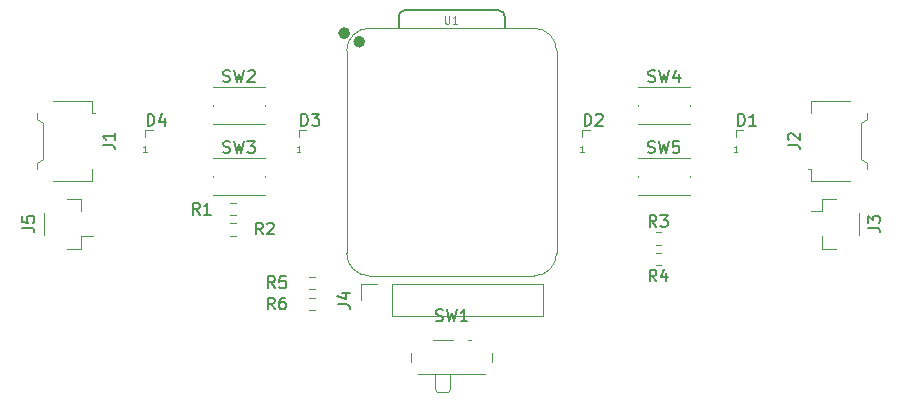
<source format=gto>
%TF.GenerationSoftware,KiCad,Pcbnew,9.0.6*%
%TF.CreationDate,2025-12-30T17:46:59+00:00*%
%TF.ProjectId,cat-ears-controller,6361742d-6561-4727-932d-636f6e74726f,rev?*%
%TF.SameCoordinates,Original*%
%TF.FileFunction,Legend,Top*%
%TF.FilePolarity,Positive*%
%FSLAX46Y46*%
G04 Gerber Fmt 4.6, Leading zero omitted, Abs format (unit mm)*
G04 Created by KiCad (PCBNEW 9.0.6) date 2025-12-30 17:46:59*
%MOMM*%
%LPD*%
G01*
G04 APERTURE LIST*
%ADD10C,0.150000*%
%ADD11C,0.075000*%
%ADD12C,0.101600*%
%ADD13C,0.120000*%
%ADD14C,0.100000*%
%ADD15C,0.127000*%
%ADD16C,0.504000*%
G04 APERTURE END LIST*
D10*
X84008333Y-57914819D02*
X83675000Y-57438628D01*
X83436905Y-57914819D02*
X83436905Y-56914819D01*
X83436905Y-56914819D02*
X83817857Y-56914819D01*
X83817857Y-56914819D02*
X83913095Y-56962438D01*
X83913095Y-56962438D02*
X83960714Y-57010057D01*
X83960714Y-57010057D02*
X84008333Y-57105295D01*
X84008333Y-57105295D02*
X84008333Y-57248152D01*
X84008333Y-57248152D02*
X83960714Y-57343390D01*
X83960714Y-57343390D02*
X83913095Y-57391009D01*
X83913095Y-57391009D02*
X83817857Y-57438628D01*
X83817857Y-57438628D02*
X83436905Y-57438628D01*
X84389286Y-57010057D02*
X84436905Y-56962438D01*
X84436905Y-56962438D02*
X84532143Y-56914819D01*
X84532143Y-56914819D02*
X84770238Y-56914819D01*
X84770238Y-56914819D02*
X84865476Y-56962438D01*
X84865476Y-56962438D02*
X84913095Y-57010057D01*
X84913095Y-57010057D02*
X84960714Y-57105295D01*
X84960714Y-57105295D02*
X84960714Y-57200533D01*
X84960714Y-57200533D02*
X84913095Y-57343390D01*
X84913095Y-57343390D02*
X84341667Y-57914819D01*
X84341667Y-57914819D02*
X84960714Y-57914819D01*
X117333333Y-61884819D02*
X117000000Y-61408628D01*
X116761905Y-61884819D02*
X116761905Y-60884819D01*
X116761905Y-60884819D02*
X117142857Y-60884819D01*
X117142857Y-60884819D02*
X117238095Y-60932438D01*
X117238095Y-60932438D02*
X117285714Y-60980057D01*
X117285714Y-60980057D02*
X117333333Y-61075295D01*
X117333333Y-61075295D02*
X117333333Y-61218152D01*
X117333333Y-61218152D02*
X117285714Y-61313390D01*
X117285714Y-61313390D02*
X117238095Y-61361009D01*
X117238095Y-61361009D02*
X117142857Y-61408628D01*
X117142857Y-61408628D02*
X116761905Y-61408628D01*
X118190476Y-61218152D02*
X118190476Y-61884819D01*
X117952381Y-60837200D02*
X117714286Y-61551485D01*
X117714286Y-61551485D02*
X118333333Y-61551485D01*
X63654819Y-57333333D02*
X64369104Y-57333333D01*
X64369104Y-57333333D02*
X64511961Y-57380952D01*
X64511961Y-57380952D02*
X64607200Y-57476190D01*
X64607200Y-57476190D02*
X64654819Y-57619047D01*
X64654819Y-57619047D02*
X64654819Y-57714285D01*
X63654819Y-56380952D02*
X63654819Y-56857142D01*
X63654819Y-56857142D02*
X64131009Y-56904761D01*
X64131009Y-56904761D02*
X64083390Y-56857142D01*
X64083390Y-56857142D02*
X64035771Y-56761904D01*
X64035771Y-56761904D02*
X64035771Y-56523809D01*
X64035771Y-56523809D02*
X64083390Y-56428571D01*
X64083390Y-56428571D02*
X64131009Y-56380952D01*
X64131009Y-56380952D02*
X64226247Y-56333333D01*
X64226247Y-56333333D02*
X64464342Y-56333333D01*
X64464342Y-56333333D02*
X64559580Y-56380952D01*
X64559580Y-56380952D02*
X64607200Y-56428571D01*
X64607200Y-56428571D02*
X64654819Y-56523809D01*
X64654819Y-56523809D02*
X64654819Y-56761904D01*
X64654819Y-56761904D02*
X64607200Y-56857142D01*
X64607200Y-56857142D02*
X64559580Y-56904761D01*
X111261905Y-48704819D02*
X111261905Y-47704819D01*
X111261905Y-47704819D02*
X111500000Y-47704819D01*
X111500000Y-47704819D02*
X111642857Y-47752438D01*
X111642857Y-47752438D02*
X111738095Y-47847676D01*
X111738095Y-47847676D02*
X111785714Y-47942914D01*
X111785714Y-47942914D02*
X111833333Y-48133390D01*
X111833333Y-48133390D02*
X111833333Y-48276247D01*
X111833333Y-48276247D02*
X111785714Y-48466723D01*
X111785714Y-48466723D02*
X111738095Y-48561961D01*
X111738095Y-48561961D02*
X111642857Y-48657200D01*
X111642857Y-48657200D02*
X111500000Y-48704819D01*
X111500000Y-48704819D02*
X111261905Y-48704819D01*
X112214286Y-47800057D02*
X112261905Y-47752438D01*
X112261905Y-47752438D02*
X112357143Y-47704819D01*
X112357143Y-47704819D02*
X112595238Y-47704819D01*
X112595238Y-47704819D02*
X112690476Y-47752438D01*
X112690476Y-47752438D02*
X112738095Y-47800057D01*
X112738095Y-47800057D02*
X112785714Y-47895295D01*
X112785714Y-47895295D02*
X112785714Y-47990533D01*
X112785714Y-47990533D02*
X112738095Y-48133390D01*
X112738095Y-48133390D02*
X112166667Y-48704819D01*
X112166667Y-48704819D02*
X112785714Y-48704819D01*
D11*
X111192857Y-50907409D02*
X110907143Y-50907409D01*
X111050000Y-50907409D02*
X111050000Y-50407409D01*
X111050000Y-50407409D02*
X111002381Y-50478838D01*
X111002381Y-50478838D02*
X110954762Y-50526457D01*
X110954762Y-50526457D02*
X110907143Y-50550266D01*
D10*
X80666667Y-44957200D02*
X80809524Y-45004819D01*
X80809524Y-45004819D02*
X81047619Y-45004819D01*
X81047619Y-45004819D02*
X81142857Y-44957200D01*
X81142857Y-44957200D02*
X81190476Y-44909580D01*
X81190476Y-44909580D02*
X81238095Y-44814342D01*
X81238095Y-44814342D02*
X81238095Y-44719104D01*
X81238095Y-44719104D02*
X81190476Y-44623866D01*
X81190476Y-44623866D02*
X81142857Y-44576247D01*
X81142857Y-44576247D02*
X81047619Y-44528628D01*
X81047619Y-44528628D02*
X80857143Y-44481009D01*
X80857143Y-44481009D02*
X80761905Y-44433390D01*
X80761905Y-44433390D02*
X80714286Y-44385771D01*
X80714286Y-44385771D02*
X80666667Y-44290533D01*
X80666667Y-44290533D02*
X80666667Y-44195295D01*
X80666667Y-44195295D02*
X80714286Y-44100057D01*
X80714286Y-44100057D02*
X80761905Y-44052438D01*
X80761905Y-44052438D02*
X80857143Y-44004819D01*
X80857143Y-44004819D02*
X81095238Y-44004819D01*
X81095238Y-44004819D02*
X81238095Y-44052438D01*
X81571429Y-44004819D02*
X81809524Y-45004819D01*
X81809524Y-45004819D02*
X82000000Y-44290533D01*
X82000000Y-44290533D02*
X82190476Y-45004819D01*
X82190476Y-45004819D02*
X82428572Y-44004819D01*
X82761905Y-44100057D02*
X82809524Y-44052438D01*
X82809524Y-44052438D02*
X82904762Y-44004819D01*
X82904762Y-44004819D02*
X83142857Y-44004819D01*
X83142857Y-44004819D02*
X83238095Y-44052438D01*
X83238095Y-44052438D02*
X83285714Y-44100057D01*
X83285714Y-44100057D02*
X83333333Y-44195295D01*
X83333333Y-44195295D02*
X83333333Y-44290533D01*
X83333333Y-44290533D02*
X83285714Y-44433390D01*
X83285714Y-44433390D02*
X82714286Y-45004819D01*
X82714286Y-45004819D02*
X83333333Y-45004819D01*
X85033333Y-62454819D02*
X84700000Y-61978628D01*
X84461905Y-62454819D02*
X84461905Y-61454819D01*
X84461905Y-61454819D02*
X84842857Y-61454819D01*
X84842857Y-61454819D02*
X84938095Y-61502438D01*
X84938095Y-61502438D02*
X84985714Y-61550057D01*
X84985714Y-61550057D02*
X85033333Y-61645295D01*
X85033333Y-61645295D02*
X85033333Y-61788152D01*
X85033333Y-61788152D02*
X84985714Y-61883390D01*
X84985714Y-61883390D02*
X84938095Y-61931009D01*
X84938095Y-61931009D02*
X84842857Y-61978628D01*
X84842857Y-61978628D02*
X84461905Y-61978628D01*
X85938095Y-61454819D02*
X85461905Y-61454819D01*
X85461905Y-61454819D02*
X85414286Y-61931009D01*
X85414286Y-61931009D02*
X85461905Y-61883390D01*
X85461905Y-61883390D02*
X85557143Y-61835771D01*
X85557143Y-61835771D02*
X85795238Y-61835771D01*
X85795238Y-61835771D02*
X85890476Y-61883390D01*
X85890476Y-61883390D02*
X85938095Y-61931009D01*
X85938095Y-61931009D02*
X85985714Y-62026247D01*
X85985714Y-62026247D02*
X85985714Y-62264342D01*
X85985714Y-62264342D02*
X85938095Y-62359580D01*
X85938095Y-62359580D02*
X85890476Y-62407200D01*
X85890476Y-62407200D02*
X85795238Y-62454819D01*
X85795238Y-62454819D02*
X85557143Y-62454819D01*
X85557143Y-62454819D02*
X85461905Y-62407200D01*
X85461905Y-62407200D02*
X85414286Y-62359580D01*
X117333333Y-57274819D02*
X117000000Y-56798628D01*
X116761905Y-57274819D02*
X116761905Y-56274819D01*
X116761905Y-56274819D02*
X117142857Y-56274819D01*
X117142857Y-56274819D02*
X117238095Y-56322438D01*
X117238095Y-56322438D02*
X117285714Y-56370057D01*
X117285714Y-56370057D02*
X117333333Y-56465295D01*
X117333333Y-56465295D02*
X117333333Y-56608152D01*
X117333333Y-56608152D02*
X117285714Y-56703390D01*
X117285714Y-56703390D02*
X117238095Y-56751009D01*
X117238095Y-56751009D02*
X117142857Y-56798628D01*
X117142857Y-56798628D02*
X116761905Y-56798628D01*
X117666667Y-56274819D02*
X118285714Y-56274819D01*
X118285714Y-56274819D02*
X117952381Y-56655771D01*
X117952381Y-56655771D02*
X118095238Y-56655771D01*
X118095238Y-56655771D02*
X118190476Y-56703390D01*
X118190476Y-56703390D02*
X118238095Y-56751009D01*
X118238095Y-56751009D02*
X118285714Y-56846247D01*
X118285714Y-56846247D02*
X118285714Y-57084342D01*
X118285714Y-57084342D02*
X118238095Y-57179580D01*
X118238095Y-57179580D02*
X118190476Y-57227200D01*
X118190476Y-57227200D02*
X118095238Y-57274819D01*
X118095238Y-57274819D02*
X117809524Y-57274819D01*
X117809524Y-57274819D02*
X117714286Y-57227200D01*
X117714286Y-57227200D02*
X117666667Y-57179580D01*
X116666667Y-44957200D02*
X116809524Y-45004819D01*
X116809524Y-45004819D02*
X117047619Y-45004819D01*
X117047619Y-45004819D02*
X117142857Y-44957200D01*
X117142857Y-44957200D02*
X117190476Y-44909580D01*
X117190476Y-44909580D02*
X117238095Y-44814342D01*
X117238095Y-44814342D02*
X117238095Y-44719104D01*
X117238095Y-44719104D02*
X117190476Y-44623866D01*
X117190476Y-44623866D02*
X117142857Y-44576247D01*
X117142857Y-44576247D02*
X117047619Y-44528628D01*
X117047619Y-44528628D02*
X116857143Y-44481009D01*
X116857143Y-44481009D02*
X116761905Y-44433390D01*
X116761905Y-44433390D02*
X116714286Y-44385771D01*
X116714286Y-44385771D02*
X116666667Y-44290533D01*
X116666667Y-44290533D02*
X116666667Y-44195295D01*
X116666667Y-44195295D02*
X116714286Y-44100057D01*
X116714286Y-44100057D02*
X116761905Y-44052438D01*
X116761905Y-44052438D02*
X116857143Y-44004819D01*
X116857143Y-44004819D02*
X117095238Y-44004819D01*
X117095238Y-44004819D02*
X117238095Y-44052438D01*
X117571429Y-44004819D02*
X117809524Y-45004819D01*
X117809524Y-45004819D02*
X118000000Y-44290533D01*
X118000000Y-44290533D02*
X118190476Y-45004819D01*
X118190476Y-45004819D02*
X118428572Y-44004819D01*
X119238095Y-44338152D02*
X119238095Y-45004819D01*
X119000000Y-43957200D02*
X118761905Y-44671485D01*
X118761905Y-44671485D02*
X119380952Y-44671485D01*
X85008333Y-64254819D02*
X84675000Y-63778628D01*
X84436905Y-64254819D02*
X84436905Y-63254819D01*
X84436905Y-63254819D02*
X84817857Y-63254819D01*
X84817857Y-63254819D02*
X84913095Y-63302438D01*
X84913095Y-63302438D02*
X84960714Y-63350057D01*
X84960714Y-63350057D02*
X85008333Y-63445295D01*
X85008333Y-63445295D02*
X85008333Y-63588152D01*
X85008333Y-63588152D02*
X84960714Y-63683390D01*
X84960714Y-63683390D02*
X84913095Y-63731009D01*
X84913095Y-63731009D02*
X84817857Y-63778628D01*
X84817857Y-63778628D02*
X84436905Y-63778628D01*
X85865476Y-63254819D02*
X85675000Y-63254819D01*
X85675000Y-63254819D02*
X85579762Y-63302438D01*
X85579762Y-63302438D02*
X85532143Y-63350057D01*
X85532143Y-63350057D02*
X85436905Y-63492914D01*
X85436905Y-63492914D02*
X85389286Y-63683390D01*
X85389286Y-63683390D02*
X85389286Y-64064342D01*
X85389286Y-64064342D02*
X85436905Y-64159580D01*
X85436905Y-64159580D02*
X85484524Y-64207200D01*
X85484524Y-64207200D02*
X85579762Y-64254819D01*
X85579762Y-64254819D02*
X85770238Y-64254819D01*
X85770238Y-64254819D02*
X85865476Y-64207200D01*
X85865476Y-64207200D02*
X85913095Y-64159580D01*
X85913095Y-64159580D02*
X85960714Y-64064342D01*
X85960714Y-64064342D02*
X85960714Y-63826247D01*
X85960714Y-63826247D02*
X85913095Y-63731009D01*
X85913095Y-63731009D02*
X85865476Y-63683390D01*
X85865476Y-63683390D02*
X85770238Y-63635771D01*
X85770238Y-63635771D02*
X85579762Y-63635771D01*
X85579762Y-63635771D02*
X85484524Y-63683390D01*
X85484524Y-63683390D02*
X85436905Y-63731009D01*
X85436905Y-63731009D02*
X85389286Y-63826247D01*
X74261905Y-48704819D02*
X74261905Y-47704819D01*
X74261905Y-47704819D02*
X74500000Y-47704819D01*
X74500000Y-47704819D02*
X74642857Y-47752438D01*
X74642857Y-47752438D02*
X74738095Y-47847676D01*
X74738095Y-47847676D02*
X74785714Y-47942914D01*
X74785714Y-47942914D02*
X74833333Y-48133390D01*
X74833333Y-48133390D02*
X74833333Y-48276247D01*
X74833333Y-48276247D02*
X74785714Y-48466723D01*
X74785714Y-48466723D02*
X74738095Y-48561961D01*
X74738095Y-48561961D02*
X74642857Y-48657200D01*
X74642857Y-48657200D02*
X74500000Y-48704819D01*
X74500000Y-48704819D02*
X74261905Y-48704819D01*
X75690476Y-48038152D02*
X75690476Y-48704819D01*
X75452381Y-47657200D02*
X75214286Y-48371485D01*
X75214286Y-48371485D02*
X75833333Y-48371485D01*
D11*
X74192857Y-50907409D02*
X73907143Y-50907409D01*
X74050000Y-50907409D02*
X74050000Y-50407409D01*
X74050000Y-50407409D02*
X74002381Y-50478838D01*
X74002381Y-50478838D02*
X73954762Y-50526457D01*
X73954762Y-50526457D02*
X73907143Y-50550266D01*
D10*
X90359819Y-63808333D02*
X91074104Y-63808333D01*
X91074104Y-63808333D02*
X91216961Y-63855952D01*
X91216961Y-63855952D02*
X91312200Y-63951190D01*
X91312200Y-63951190D02*
X91359819Y-64094047D01*
X91359819Y-64094047D02*
X91359819Y-64189285D01*
X90693152Y-62903571D02*
X91359819Y-62903571D01*
X90312200Y-63141666D02*
X91026485Y-63379761D01*
X91026485Y-63379761D02*
X91026485Y-62760714D01*
X116616667Y-50957200D02*
X116759524Y-51004819D01*
X116759524Y-51004819D02*
X116997619Y-51004819D01*
X116997619Y-51004819D02*
X117092857Y-50957200D01*
X117092857Y-50957200D02*
X117140476Y-50909580D01*
X117140476Y-50909580D02*
X117188095Y-50814342D01*
X117188095Y-50814342D02*
X117188095Y-50719104D01*
X117188095Y-50719104D02*
X117140476Y-50623866D01*
X117140476Y-50623866D02*
X117092857Y-50576247D01*
X117092857Y-50576247D02*
X116997619Y-50528628D01*
X116997619Y-50528628D02*
X116807143Y-50481009D01*
X116807143Y-50481009D02*
X116711905Y-50433390D01*
X116711905Y-50433390D02*
X116664286Y-50385771D01*
X116664286Y-50385771D02*
X116616667Y-50290533D01*
X116616667Y-50290533D02*
X116616667Y-50195295D01*
X116616667Y-50195295D02*
X116664286Y-50100057D01*
X116664286Y-50100057D02*
X116711905Y-50052438D01*
X116711905Y-50052438D02*
X116807143Y-50004819D01*
X116807143Y-50004819D02*
X117045238Y-50004819D01*
X117045238Y-50004819D02*
X117188095Y-50052438D01*
X117521429Y-50004819D02*
X117759524Y-51004819D01*
X117759524Y-51004819D02*
X117950000Y-50290533D01*
X117950000Y-50290533D02*
X118140476Y-51004819D01*
X118140476Y-51004819D02*
X118378572Y-50004819D01*
X119235714Y-50004819D02*
X118759524Y-50004819D01*
X118759524Y-50004819D02*
X118711905Y-50481009D01*
X118711905Y-50481009D02*
X118759524Y-50433390D01*
X118759524Y-50433390D02*
X118854762Y-50385771D01*
X118854762Y-50385771D02*
X119092857Y-50385771D01*
X119092857Y-50385771D02*
X119188095Y-50433390D01*
X119188095Y-50433390D02*
X119235714Y-50481009D01*
X119235714Y-50481009D02*
X119283333Y-50576247D01*
X119283333Y-50576247D02*
X119283333Y-50814342D01*
X119283333Y-50814342D02*
X119235714Y-50909580D01*
X119235714Y-50909580D02*
X119188095Y-50957200D01*
X119188095Y-50957200D02*
X119092857Y-51004819D01*
X119092857Y-51004819D02*
X118854762Y-51004819D01*
X118854762Y-51004819D02*
X118759524Y-50957200D01*
X118759524Y-50957200D02*
X118711905Y-50909580D01*
D12*
X99441190Y-39428479D02*
X99441190Y-39942526D01*
X99441190Y-39942526D02*
X99471428Y-40003002D01*
X99471428Y-40003002D02*
X99501666Y-40033241D01*
X99501666Y-40033241D02*
X99562142Y-40063479D01*
X99562142Y-40063479D02*
X99683095Y-40063479D01*
X99683095Y-40063479D02*
X99743571Y-40033241D01*
X99743571Y-40033241D02*
X99773809Y-40003002D01*
X99773809Y-40003002D02*
X99804047Y-39942526D01*
X99804047Y-39942526D02*
X99804047Y-39428479D01*
X100439047Y-40063479D02*
X100076190Y-40063479D01*
X100257618Y-40063479D02*
X100257618Y-39428479D01*
X100257618Y-39428479D02*
X100197142Y-39519193D01*
X100197142Y-39519193D02*
X100136666Y-39579669D01*
X100136666Y-39579669D02*
X100076190Y-39609907D01*
D10*
X124261905Y-48704819D02*
X124261905Y-47704819D01*
X124261905Y-47704819D02*
X124500000Y-47704819D01*
X124500000Y-47704819D02*
X124642857Y-47752438D01*
X124642857Y-47752438D02*
X124738095Y-47847676D01*
X124738095Y-47847676D02*
X124785714Y-47942914D01*
X124785714Y-47942914D02*
X124833333Y-48133390D01*
X124833333Y-48133390D02*
X124833333Y-48276247D01*
X124833333Y-48276247D02*
X124785714Y-48466723D01*
X124785714Y-48466723D02*
X124738095Y-48561961D01*
X124738095Y-48561961D02*
X124642857Y-48657200D01*
X124642857Y-48657200D02*
X124500000Y-48704819D01*
X124500000Y-48704819D02*
X124261905Y-48704819D01*
X125785714Y-48704819D02*
X125214286Y-48704819D01*
X125500000Y-48704819D02*
X125500000Y-47704819D01*
X125500000Y-47704819D02*
X125404762Y-47847676D01*
X125404762Y-47847676D02*
X125309524Y-47942914D01*
X125309524Y-47942914D02*
X125214286Y-47990533D01*
D11*
X124192857Y-50907409D02*
X123907143Y-50907409D01*
X124050000Y-50907409D02*
X124050000Y-50407409D01*
X124050000Y-50407409D02*
X124002381Y-50478838D01*
X124002381Y-50478838D02*
X123954762Y-50526457D01*
X123954762Y-50526457D02*
X123907143Y-50550266D01*
D10*
X87261905Y-48704819D02*
X87261905Y-47704819D01*
X87261905Y-47704819D02*
X87500000Y-47704819D01*
X87500000Y-47704819D02*
X87642857Y-47752438D01*
X87642857Y-47752438D02*
X87738095Y-47847676D01*
X87738095Y-47847676D02*
X87785714Y-47942914D01*
X87785714Y-47942914D02*
X87833333Y-48133390D01*
X87833333Y-48133390D02*
X87833333Y-48276247D01*
X87833333Y-48276247D02*
X87785714Y-48466723D01*
X87785714Y-48466723D02*
X87738095Y-48561961D01*
X87738095Y-48561961D02*
X87642857Y-48657200D01*
X87642857Y-48657200D02*
X87500000Y-48704819D01*
X87500000Y-48704819D02*
X87261905Y-48704819D01*
X88166667Y-47704819D02*
X88785714Y-47704819D01*
X88785714Y-47704819D02*
X88452381Y-48085771D01*
X88452381Y-48085771D02*
X88595238Y-48085771D01*
X88595238Y-48085771D02*
X88690476Y-48133390D01*
X88690476Y-48133390D02*
X88738095Y-48181009D01*
X88738095Y-48181009D02*
X88785714Y-48276247D01*
X88785714Y-48276247D02*
X88785714Y-48514342D01*
X88785714Y-48514342D02*
X88738095Y-48609580D01*
X88738095Y-48609580D02*
X88690476Y-48657200D01*
X88690476Y-48657200D02*
X88595238Y-48704819D01*
X88595238Y-48704819D02*
X88309524Y-48704819D01*
X88309524Y-48704819D02*
X88214286Y-48657200D01*
X88214286Y-48657200D02*
X88166667Y-48609580D01*
D11*
X87192857Y-50907409D02*
X86907143Y-50907409D01*
X87050000Y-50907409D02*
X87050000Y-50407409D01*
X87050000Y-50407409D02*
X87002381Y-50478838D01*
X87002381Y-50478838D02*
X86954762Y-50526457D01*
X86954762Y-50526457D02*
X86907143Y-50550266D01*
D10*
X80666667Y-50957200D02*
X80809524Y-51004819D01*
X80809524Y-51004819D02*
X81047619Y-51004819D01*
X81047619Y-51004819D02*
X81142857Y-50957200D01*
X81142857Y-50957200D02*
X81190476Y-50909580D01*
X81190476Y-50909580D02*
X81238095Y-50814342D01*
X81238095Y-50814342D02*
X81238095Y-50719104D01*
X81238095Y-50719104D02*
X81190476Y-50623866D01*
X81190476Y-50623866D02*
X81142857Y-50576247D01*
X81142857Y-50576247D02*
X81047619Y-50528628D01*
X81047619Y-50528628D02*
X80857143Y-50481009D01*
X80857143Y-50481009D02*
X80761905Y-50433390D01*
X80761905Y-50433390D02*
X80714286Y-50385771D01*
X80714286Y-50385771D02*
X80666667Y-50290533D01*
X80666667Y-50290533D02*
X80666667Y-50195295D01*
X80666667Y-50195295D02*
X80714286Y-50100057D01*
X80714286Y-50100057D02*
X80761905Y-50052438D01*
X80761905Y-50052438D02*
X80857143Y-50004819D01*
X80857143Y-50004819D02*
X81095238Y-50004819D01*
X81095238Y-50004819D02*
X81238095Y-50052438D01*
X81571429Y-50004819D02*
X81809524Y-51004819D01*
X81809524Y-51004819D02*
X82000000Y-50290533D01*
X82000000Y-50290533D02*
X82190476Y-51004819D01*
X82190476Y-51004819D02*
X82428572Y-50004819D01*
X82714286Y-50004819D02*
X83333333Y-50004819D01*
X83333333Y-50004819D02*
X83000000Y-50385771D01*
X83000000Y-50385771D02*
X83142857Y-50385771D01*
X83142857Y-50385771D02*
X83238095Y-50433390D01*
X83238095Y-50433390D02*
X83285714Y-50481009D01*
X83285714Y-50481009D02*
X83333333Y-50576247D01*
X83333333Y-50576247D02*
X83333333Y-50814342D01*
X83333333Y-50814342D02*
X83285714Y-50909580D01*
X83285714Y-50909580D02*
X83238095Y-50957200D01*
X83238095Y-50957200D02*
X83142857Y-51004819D01*
X83142857Y-51004819D02*
X82857143Y-51004819D01*
X82857143Y-51004819D02*
X82761905Y-50957200D01*
X82761905Y-50957200D02*
X82714286Y-50909580D01*
X128454819Y-50333333D02*
X129169104Y-50333333D01*
X129169104Y-50333333D02*
X129311961Y-50380952D01*
X129311961Y-50380952D02*
X129407200Y-50476190D01*
X129407200Y-50476190D02*
X129454819Y-50619047D01*
X129454819Y-50619047D02*
X129454819Y-50714285D01*
X128550057Y-49904761D02*
X128502438Y-49857142D01*
X128502438Y-49857142D02*
X128454819Y-49761904D01*
X128454819Y-49761904D02*
X128454819Y-49523809D01*
X128454819Y-49523809D02*
X128502438Y-49428571D01*
X128502438Y-49428571D02*
X128550057Y-49380952D01*
X128550057Y-49380952D02*
X128645295Y-49333333D01*
X128645295Y-49333333D02*
X128740533Y-49333333D01*
X128740533Y-49333333D02*
X128883390Y-49380952D01*
X128883390Y-49380952D02*
X129454819Y-49952380D01*
X129454819Y-49952380D02*
X129454819Y-49333333D01*
X135254819Y-57333333D02*
X135969104Y-57333333D01*
X135969104Y-57333333D02*
X136111961Y-57380952D01*
X136111961Y-57380952D02*
X136207200Y-57476190D01*
X136207200Y-57476190D02*
X136254819Y-57619047D01*
X136254819Y-57619047D02*
X136254819Y-57714285D01*
X135254819Y-56952380D02*
X135254819Y-56333333D01*
X135254819Y-56333333D02*
X135635771Y-56666666D01*
X135635771Y-56666666D02*
X135635771Y-56523809D01*
X135635771Y-56523809D02*
X135683390Y-56428571D01*
X135683390Y-56428571D02*
X135731009Y-56380952D01*
X135731009Y-56380952D02*
X135826247Y-56333333D01*
X135826247Y-56333333D02*
X136064342Y-56333333D01*
X136064342Y-56333333D02*
X136159580Y-56380952D01*
X136159580Y-56380952D02*
X136207200Y-56428571D01*
X136207200Y-56428571D02*
X136254819Y-56523809D01*
X136254819Y-56523809D02*
X136254819Y-56809523D01*
X136254819Y-56809523D02*
X136207200Y-56904761D01*
X136207200Y-56904761D02*
X136159580Y-56952380D01*
X78658333Y-56244819D02*
X78325000Y-55768628D01*
X78086905Y-56244819D02*
X78086905Y-55244819D01*
X78086905Y-55244819D02*
X78467857Y-55244819D01*
X78467857Y-55244819D02*
X78563095Y-55292438D01*
X78563095Y-55292438D02*
X78610714Y-55340057D01*
X78610714Y-55340057D02*
X78658333Y-55435295D01*
X78658333Y-55435295D02*
X78658333Y-55578152D01*
X78658333Y-55578152D02*
X78610714Y-55673390D01*
X78610714Y-55673390D02*
X78563095Y-55721009D01*
X78563095Y-55721009D02*
X78467857Y-55768628D01*
X78467857Y-55768628D02*
X78086905Y-55768628D01*
X79610714Y-56244819D02*
X79039286Y-56244819D01*
X79325000Y-56244819D02*
X79325000Y-55244819D01*
X79325000Y-55244819D02*
X79229762Y-55387676D01*
X79229762Y-55387676D02*
X79134524Y-55482914D01*
X79134524Y-55482914D02*
X79039286Y-55530533D01*
X98666667Y-65207200D02*
X98809524Y-65254819D01*
X98809524Y-65254819D02*
X99047619Y-65254819D01*
X99047619Y-65254819D02*
X99142857Y-65207200D01*
X99142857Y-65207200D02*
X99190476Y-65159580D01*
X99190476Y-65159580D02*
X99238095Y-65064342D01*
X99238095Y-65064342D02*
X99238095Y-64969104D01*
X99238095Y-64969104D02*
X99190476Y-64873866D01*
X99190476Y-64873866D02*
X99142857Y-64826247D01*
X99142857Y-64826247D02*
X99047619Y-64778628D01*
X99047619Y-64778628D02*
X98857143Y-64731009D01*
X98857143Y-64731009D02*
X98761905Y-64683390D01*
X98761905Y-64683390D02*
X98714286Y-64635771D01*
X98714286Y-64635771D02*
X98666667Y-64540533D01*
X98666667Y-64540533D02*
X98666667Y-64445295D01*
X98666667Y-64445295D02*
X98714286Y-64350057D01*
X98714286Y-64350057D02*
X98761905Y-64302438D01*
X98761905Y-64302438D02*
X98857143Y-64254819D01*
X98857143Y-64254819D02*
X99095238Y-64254819D01*
X99095238Y-64254819D02*
X99238095Y-64302438D01*
X99571429Y-64254819D02*
X99809524Y-65254819D01*
X99809524Y-65254819D02*
X100000000Y-64540533D01*
X100000000Y-64540533D02*
X100190476Y-65254819D01*
X100190476Y-65254819D02*
X100428572Y-64254819D01*
X101333333Y-65254819D02*
X100761905Y-65254819D01*
X101047619Y-65254819D02*
X101047619Y-64254819D01*
X101047619Y-64254819D02*
X100952381Y-64397676D01*
X100952381Y-64397676D02*
X100857143Y-64492914D01*
X100857143Y-64492914D02*
X100761905Y-64540533D01*
X70454819Y-50333333D02*
X71169104Y-50333333D01*
X71169104Y-50333333D02*
X71311961Y-50380952D01*
X71311961Y-50380952D02*
X71407200Y-50476190D01*
X71407200Y-50476190D02*
X71454819Y-50619047D01*
X71454819Y-50619047D02*
X71454819Y-50714285D01*
X71454819Y-49333333D02*
X71454819Y-49904761D01*
X71454819Y-49619047D02*
X70454819Y-49619047D01*
X70454819Y-49619047D02*
X70597676Y-49714285D01*
X70597676Y-49714285D02*
X70692914Y-49809523D01*
X70692914Y-49809523D02*
X70740533Y-49904761D01*
D13*
%TO.C,R2*%
X81737258Y-56977500D02*
X81262742Y-56977500D01*
X81737258Y-58022500D02*
X81262742Y-58022500D01*
%TO.C,R4*%
X117737258Y-59477500D02*
X117262742Y-59477500D01*
X117737258Y-60522500D02*
X117262742Y-60522500D01*
%TO.C,J5*%
X65490000Y-57940000D02*
X65490000Y-56060000D01*
X67460000Y-54890000D02*
X68610000Y-54890000D01*
X67460000Y-59110000D02*
X68610000Y-59110000D01*
X68610000Y-54890000D02*
X68610000Y-55940000D01*
X68610000Y-58060000D02*
X69600000Y-58060000D01*
X68610000Y-59110000D02*
X68610000Y-58060000D01*
%TO.C,D2*%
X111040000Y-49040000D02*
X111040000Y-49690000D01*
X111690000Y-49040000D02*
X111040000Y-49040000D01*
%TO.C,SW2*%
X79800000Y-47050000D02*
X79800000Y-46950000D01*
X79800000Y-48550000D02*
X84200000Y-48550000D01*
X84200000Y-45450000D02*
X79800000Y-45450000D01*
X84200000Y-47050000D02*
X84200000Y-46950000D01*
%TO.C,R5*%
X87962742Y-61477500D02*
X88437258Y-61477500D01*
X87962742Y-62522500D02*
X88437258Y-62522500D01*
%TO.C,R3*%
X117262742Y-57727500D02*
X117737258Y-57727500D01*
X117262742Y-58772500D02*
X117737258Y-58772500D01*
%TO.C,SW4*%
X115800000Y-47050000D02*
X115800000Y-46950000D01*
X115800000Y-48550000D02*
X120200000Y-48550000D01*
X120200000Y-45450000D02*
X115800000Y-45450000D01*
X120200000Y-47050000D02*
X120200000Y-46950000D01*
%TO.C,R6*%
X87937742Y-63277500D02*
X88412258Y-63277500D01*
X87937742Y-64322500D02*
X88412258Y-64322500D01*
%TO.C,D4*%
X74040000Y-49040000D02*
X74040000Y-49690000D01*
X74690000Y-49040000D02*
X74040000Y-49040000D01*
%TO.C,J4*%
X92345000Y-62145000D02*
X93675000Y-62145000D01*
X92345000Y-63475000D02*
X92345000Y-62145000D01*
X94945000Y-62145000D02*
X107705000Y-62145000D01*
X94945000Y-64805000D02*
X94945000Y-62145000D01*
X94945000Y-64805000D02*
X107705000Y-64805000D01*
X107705000Y-64805000D02*
X107705000Y-62145000D01*
%TO.C,SW5*%
X115750000Y-53050000D02*
X115750000Y-52950000D01*
X115750000Y-54550000D02*
X120150000Y-54550000D01*
X120150000Y-51450000D02*
X115750000Y-51450000D01*
X120150000Y-53050000D02*
X120150000Y-52950000D01*
D14*
%TO.C,U1*%
X91110000Y-59509000D02*
X91110000Y-42364000D01*
X93015000Y-61414000D02*
X106985000Y-61414000D01*
D15*
X95505000Y-40459000D02*
X95508728Y-39448728D01*
X96008728Y-38949000D02*
X104004000Y-38949000D01*
X104504000Y-39449000D02*
X104504000Y-40459000D01*
D14*
X106985000Y-40459000D02*
X93015000Y-40459000D01*
X108890000Y-59509000D02*
X108890000Y-42364000D01*
X91110000Y-42360000D02*
G75*
G02*
X93015000Y-40455000I1905000J0D01*
G01*
X93015000Y-61414000D02*
G75*
G02*
X91110000Y-59509000I1J1905001D01*
G01*
D15*
X95508728Y-39448728D02*
G75*
G02*
X96008728Y-38949028I499972J-272D01*
G01*
X104004000Y-38949000D02*
G75*
G02*
X104504000Y-39449000I-100J-500100D01*
G01*
D14*
X106985000Y-40459000D02*
G75*
G02*
X108890000Y-42364000I-50J-1905050D01*
G01*
X108890000Y-59509000D02*
G75*
G02*
X106985000Y-61414000I-1905001J1D01*
G01*
D16*
X91152000Y-40875000D02*
G75*
G02*
X90648000Y-40875000I-252000J0D01*
G01*
X90648000Y-40875000D02*
G75*
G02*
X91152000Y-40875000I252000J0D01*
G01*
X92426000Y-41592000D02*
G75*
G02*
X91922000Y-41592000I-252000J0D01*
G01*
X91922000Y-41592000D02*
G75*
G02*
X92426000Y-41592000I252000J0D01*
G01*
D13*
%TO.C,D1*%
X124040000Y-49040000D02*
X124040000Y-49690000D01*
X124690000Y-49040000D02*
X124040000Y-49040000D01*
%TO.C,D3*%
X87040000Y-49040000D02*
X87040000Y-49690000D01*
X87690000Y-49040000D02*
X87040000Y-49040000D01*
%TO.C,SW3*%
X79800000Y-53050000D02*
X79800000Y-52950000D01*
X79800000Y-54550000D02*
X84200000Y-54550000D01*
X84200000Y-51450000D02*
X79800000Y-51450000D01*
X84200000Y-53050000D02*
X84200000Y-52950000D01*
%TO.C,J2*%
X130410000Y-46590000D02*
X130410000Y-47640000D01*
X130410000Y-52360000D02*
X130200000Y-52360000D01*
X130410000Y-53410000D02*
X130410000Y-52360000D01*
X133740000Y-46590000D02*
X130410000Y-46590000D01*
X133740000Y-53410000D02*
X130410000Y-53410000D01*
X134630000Y-48460000D02*
X135130000Y-48160000D01*
X134630000Y-51540000D02*
X134630000Y-48460000D01*
X135130000Y-48160000D02*
X135130000Y-47660000D01*
X135130000Y-51840000D02*
X134630000Y-51540000D01*
X135130000Y-52340000D02*
X135130000Y-51840000D01*
%TO.C,J3*%
X131390000Y-54890000D02*
X131390000Y-55940000D01*
X131390000Y-55940000D02*
X130400000Y-55940000D01*
X131390000Y-59110000D02*
X131390000Y-58060000D01*
X132540000Y-54890000D02*
X131390000Y-54890000D01*
X132540000Y-59110000D02*
X131390000Y-59110000D01*
X134510000Y-56060000D02*
X134510000Y-57940000D01*
%TO.C,R1*%
X81262742Y-55227500D02*
X81737258Y-55227500D01*
X81262742Y-56272500D02*
X81737258Y-56272500D01*
%TO.C,SW1*%
X96550000Y-67930000D02*
X96550000Y-68720000D01*
X97150000Y-69730000D02*
X102850000Y-69730000D01*
X98400000Y-66880000D02*
X100100000Y-66880000D01*
X98600000Y-69730000D02*
X98600000Y-71020000D01*
X98600000Y-71020000D02*
X98800000Y-71230000D01*
X98800000Y-71230000D02*
X99700000Y-71230000D01*
X99900000Y-71020000D02*
X99700000Y-71230000D01*
X99900000Y-71020000D02*
X99900000Y-69730000D01*
X101400000Y-66880000D02*
X101600000Y-66880000D01*
X103450000Y-68720000D02*
X103450000Y-67930000D01*
%TO.C,J1*%
X64870000Y-47660000D02*
X64870000Y-48160000D01*
X64870000Y-48160000D02*
X65370000Y-48460000D01*
X64870000Y-51840000D02*
X64870000Y-52340000D01*
X65370000Y-48460000D02*
X65370000Y-51540000D01*
X65370000Y-51540000D02*
X64870000Y-51840000D01*
X66260000Y-46590000D02*
X69590000Y-46590000D01*
X66260000Y-53410000D02*
X69590000Y-53410000D01*
X69590000Y-46590000D02*
X69590000Y-47640000D01*
X69590000Y-47640000D02*
X69800000Y-47640000D01*
X69590000Y-53410000D02*
X69590000Y-52360000D01*
%TD*%
M02*

</source>
